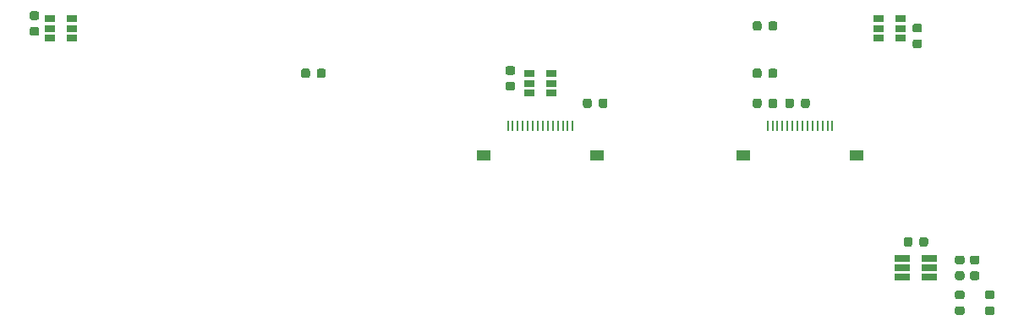
<source format=gbr>
%TF.GenerationSoftware,KiCad,Pcbnew,5.1.9-73d0e3b20d~88~ubuntu18.04.1*%
%TF.CreationDate,2020-12-31T14:23:56+01:00*%
%TF.ProjectId,ss_frontpanel_inner_plate,73735f66-726f-46e7-9470-616e656c5f69,rev?*%
%TF.SameCoordinates,Original*%
%TF.FileFunction,Paste,Bot*%
%TF.FilePolarity,Positive*%
%FSLAX46Y46*%
G04 Gerber Fmt 4.6, Leading zero omitted, Abs format (unit mm)*
G04 Created by KiCad (PCBNEW 5.1.9-73d0e3b20d~88~ubuntu18.04.1) date 2020-12-31 14:23:56*
%MOMM*%
%LPD*%
G01*
G04 APERTURE LIST*
%ADD10R,1.560000X0.650000*%
%ADD11R,1.060000X0.650000*%
%ADD12R,1.400000X1.050000*%
%ADD13R,0.210000X1.050000*%
G04 APERTURE END LIST*
%TO.C,C13*%
G36*
G01*
X187950000Y-74656250D02*
X187950000Y-74143750D01*
G75*
G02*
X188168750Y-73925000I218750J0D01*
G01*
X188606250Y-73925000D01*
G75*
G02*
X188825000Y-74143750I0J-218750D01*
G01*
X188825000Y-74656250D01*
G75*
G02*
X188606250Y-74875000I-218750J0D01*
G01*
X188168750Y-74875000D01*
G75*
G02*
X187950000Y-74656250I0J218750D01*
G01*
G37*
G36*
G01*
X186375000Y-74656250D02*
X186375000Y-74143750D01*
G75*
G02*
X186593750Y-73925000I218750J0D01*
G01*
X187031250Y-73925000D01*
G75*
G02*
X187250000Y-74143750I0J-218750D01*
G01*
X187250000Y-74656250D01*
G75*
G02*
X187031250Y-74875000I-218750J0D01*
G01*
X186593750Y-74875000D01*
G75*
G02*
X186375000Y-74656250I0J218750D01*
G01*
G37*
%TD*%
D10*
%TO.C,U6*%
X186250000Y-77000000D03*
X186250000Y-76050000D03*
X186250000Y-77950000D03*
X188950000Y-77950000D03*
X188950000Y-77000000D03*
X188950000Y-76050000D03*
%TD*%
D11*
%TO.C,U5*%
X103100000Y-53000000D03*
X103100000Y-53950000D03*
X103100000Y-52050000D03*
X100900000Y-52050000D03*
X100900000Y-53000000D03*
X100900000Y-53950000D03*
%TD*%
%TO.C,U4*%
X151100000Y-58500000D03*
X151100000Y-59450000D03*
X151100000Y-57550000D03*
X148900000Y-57550000D03*
X148900000Y-58500000D03*
X148900000Y-59450000D03*
%TD*%
%TO.C,U3*%
X183900000Y-53000000D03*
X183900000Y-52050000D03*
X183900000Y-53950000D03*
X186100000Y-53950000D03*
X186100000Y-53000000D03*
X186100000Y-52050000D03*
%TD*%
%TO.C,R7*%
G36*
G01*
X193756250Y-76650000D02*
X193243750Y-76650000D01*
G75*
G02*
X193025000Y-76431250I0J218750D01*
G01*
X193025000Y-75993750D01*
G75*
G02*
X193243750Y-75775000I218750J0D01*
G01*
X193756250Y-75775000D01*
G75*
G02*
X193975000Y-75993750I0J-218750D01*
G01*
X193975000Y-76431250D01*
G75*
G02*
X193756250Y-76650000I-218750J0D01*
G01*
G37*
G36*
G01*
X193756250Y-78225000D02*
X193243750Y-78225000D01*
G75*
G02*
X193025000Y-78006250I0J218750D01*
G01*
X193025000Y-77568750D01*
G75*
G02*
X193243750Y-77350000I218750J0D01*
G01*
X193756250Y-77350000D01*
G75*
G02*
X193975000Y-77568750I0J-218750D01*
G01*
X193975000Y-78006250D01*
G75*
G02*
X193756250Y-78225000I-218750J0D01*
G01*
G37*
%TD*%
%TO.C,R3*%
G36*
G01*
X192256250Y-80150000D02*
X191743750Y-80150000D01*
G75*
G02*
X191525000Y-79931250I0J218750D01*
G01*
X191525000Y-79493750D01*
G75*
G02*
X191743750Y-79275000I218750J0D01*
G01*
X192256250Y-79275000D01*
G75*
G02*
X192475000Y-79493750I0J-218750D01*
G01*
X192475000Y-79931250D01*
G75*
G02*
X192256250Y-80150000I-218750J0D01*
G01*
G37*
G36*
G01*
X192256250Y-81725000D02*
X191743750Y-81725000D01*
G75*
G02*
X191525000Y-81506250I0J218750D01*
G01*
X191525000Y-81068750D01*
G75*
G02*
X191743750Y-80850000I218750J0D01*
G01*
X192256250Y-80850000D01*
G75*
G02*
X192475000Y-81068750I0J-218750D01*
G01*
X192475000Y-81506250D01*
G75*
G02*
X192256250Y-81725000I-218750J0D01*
G01*
G37*
%TD*%
%TO.C,R2*%
G36*
G01*
X195256250Y-80150000D02*
X194743750Y-80150000D01*
G75*
G02*
X194525000Y-79931250I0J218750D01*
G01*
X194525000Y-79493750D01*
G75*
G02*
X194743750Y-79275000I218750J0D01*
G01*
X195256250Y-79275000D01*
G75*
G02*
X195475000Y-79493750I0J-218750D01*
G01*
X195475000Y-79931250D01*
G75*
G02*
X195256250Y-80150000I-218750J0D01*
G01*
G37*
G36*
G01*
X195256250Y-81725000D02*
X194743750Y-81725000D01*
G75*
G02*
X194525000Y-81506250I0J218750D01*
G01*
X194525000Y-81068750D01*
G75*
G02*
X194743750Y-80850000I218750J0D01*
G01*
X195256250Y-80850000D01*
G75*
G02*
X195475000Y-81068750I0J-218750D01*
G01*
X195475000Y-81506250D01*
G75*
G02*
X195256250Y-81725000I-218750J0D01*
G01*
G37*
%TD*%
%TO.C,C12*%
G36*
G01*
X99093750Y-52850000D02*
X99606250Y-52850000D01*
G75*
G02*
X99825000Y-53068750I0J-218750D01*
G01*
X99825000Y-53506250D01*
G75*
G02*
X99606250Y-53725000I-218750J0D01*
G01*
X99093750Y-53725000D01*
G75*
G02*
X98875000Y-53506250I0J218750D01*
G01*
X98875000Y-53068750D01*
G75*
G02*
X99093750Y-52850000I218750J0D01*
G01*
G37*
G36*
G01*
X99093750Y-51275000D02*
X99606250Y-51275000D01*
G75*
G02*
X99825000Y-51493750I0J-218750D01*
G01*
X99825000Y-51931250D01*
G75*
G02*
X99606250Y-52150000I-218750J0D01*
G01*
X99093750Y-52150000D01*
G75*
G02*
X98875000Y-51931250I0J218750D01*
G01*
X98875000Y-51493750D01*
G75*
G02*
X99093750Y-51275000I218750J0D01*
G01*
G37*
%TD*%
%TO.C,C11*%
G36*
G01*
X146743750Y-58350000D02*
X147256250Y-58350000D01*
G75*
G02*
X147475000Y-58568750I0J-218750D01*
G01*
X147475000Y-59006250D01*
G75*
G02*
X147256250Y-59225000I-218750J0D01*
G01*
X146743750Y-59225000D01*
G75*
G02*
X146525000Y-59006250I0J218750D01*
G01*
X146525000Y-58568750D01*
G75*
G02*
X146743750Y-58350000I218750J0D01*
G01*
G37*
G36*
G01*
X146743750Y-56775000D02*
X147256250Y-56775000D01*
G75*
G02*
X147475000Y-56993750I0J-218750D01*
G01*
X147475000Y-57431250D01*
G75*
G02*
X147256250Y-57650000I-218750J0D01*
G01*
X146743750Y-57650000D01*
G75*
G02*
X146525000Y-57431250I0J218750D01*
G01*
X146525000Y-56993750D01*
G75*
G02*
X146743750Y-56775000I218750J0D01*
G01*
G37*
%TD*%
%TO.C,C10*%
G36*
G01*
X188006250Y-53400000D02*
X187493750Y-53400000D01*
G75*
G02*
X187275000Y-53181250I0J218750D01*
G01*
X187275000Y-52743750D01*
G75*
G02*
X187493750Y-52525000I218750J0D01*
G01*
X188006250Y-52525000D01*
G75*
G02*
X188225000Y-52743750I0J-218750D01*
G01*
X188225000Y-53181250D01*
G75*
G02*
X188006250Y-53400000I-218750J0D01*
G01*
G37*
G36*
G01*
X188006250Y-54975000D02*
X187493750Y-54975000D01*
G75*
G02*
X187275000Y-54756250I0J218750D01*
G01*
X187275000Y-54318750D01*
G75*
G02*
X187493750Y-54100000I218750J0D01*
G01*
X188006250Y-54100000D01*
G75*
G02*
X188225000Y-54318750I0J-218750D01*
G01*
X188225000Y-54756250D01*
G75*
G02*
X188006250Y-54975000I-218750J0D01*
G01*
G37*
%TD*%
%TO.C,C7*%
G36*
G01*
X191743750Y-77350000D02*
X192256250Y-77350000D01*
G75*
G02*
X192475000Y-77568750I0J-218750D01*
G01*
X192475000Y-78006250D01*
G75*
G02*
X192256250Y-78225000I-218750J0D01*
G01*
X191743750Y-78225000D01*
G75*
G02*
X191525000Y-78006250I0J218750D01*
G01*
X191525000Y-77568750D01*
G75*
G02*
X191743750Y-77350000I218750J0D01*
G01*
G37*
G36*
G01*
X191743750Y-75775000D02*
X192256250Y-75775000D01*
G75*
G02*
X192475000Y-75993750I0J-218750D01*
G01*
X192475000Y-76431250D01*
G75*
G02*
X192256250Y-76650000I-218750J0D01*
G01*
X191743750Y-76650000D01*
G75*
G02*
X191525000Y-76431250I0J218750D01*
G01*
X191525000Y-75993750D01*
G75*
G02*
X191743750Y-75775000I218750J0D01*
G01*
G37*
%TD*%
%TO.C,C6*%
G36*
G01*
X172850000Y-53006250D02*
X172850000Y-52493750D01*
G75*
G02*
X173068750Y-52275000I218750J0D01*
G01*
X173506250Y-52275000D01*
G75*
G02*
X173725000Y-52493750I0J-218750D01*
G01*
X173725000Y-53006250D01*
G75*
G02*
X173506250Y-53225000I-218750J0D01*
G01*
X173068750Y-53225000D01*
G75*
G02*
X172850000Y-53006250I0J218750D01*
G01*
G37*
G36*
G01*
X171275000Y-53006250D02*
X171275000Y-52493750D01*
G75*
G02*
X171493750Y-52275000I218750J0D01*
G01*
X171931250Y-52275000D01*
G75*
G02*
X172150000Y-52493750I0J-218750D01*
G01*
X172150000Y-53006250D01*
G75*
G02*
X171931250Y-53225000I-218750J0D01*
G01*
X171493750Y-53225000D01*
G75*
G02*
X171275000Y-53006250I0J218750D01*
G01*
G37*
%TD*%
%TO.C,C5*%
G36*
G01*
X172850000Y-57756250D02*
X172850000Y-57243750D01*
G75*
G02*
X173068750Y-57025000I218750J0D01*
G01*
X173506250Y-57025000D01*
G75*
G02*
X173725000Y-57243750I0J-218750D01*
G01*
X173725000Y-57756250D01*
G75*
G02*
X173506250Y-57975000I-218750J0D01*
G01*
X173068750Y-57975000D01*
G75*
G02*
X172850000Y-57756250I0J218750D01*
G01*
G37*
G36*
G01*
X171275000Y-57756250D02*
X171275000Y-57243750D01*
G75*
G02*
X171493750Y-57025000I218750J0D01*
G01*
X171931250Y-57025000D01*
G75*
G02*
X172150000Y-57243750I0J-218750D01*
G01*
X172150000Y-57756250D01*
G75*
G02*
X171931250Y-57975000I-218750J0D01*
G01*
X171493750Y-57975000D01*
G75*
G02*
X171275000Y-57756250I0J218750D01*
G01*
G37*
%TD*%
%TO.C,C4*%
G36*
G01*
X175400000Y-60243750D02*
X175400000Y-60756250D01*
G75*
G02*
X175181250Y-60975000I-218750J0D01*
G01*
X174743750Y-60975000D01*
G75*
G02*
X174525000Y-60756250I0J218750D01*
G01*
X174525000Y-60243750D01*
G75*
G02*
X174743750Y-60025000I218750J0D01*
G01*
X175181250Y-60025000D01*
G75*
G02*
X175400000Y-60243750I0J-218750D01*
G01*
G37*
G36*
G01*
X176975000Y-60243750D02*
X176975000Y-60756250D01*
G75*
G02*
X176756250Y-60975000I-218750J0D01*
G01*
X176318750Y-60975000D01*
G75*
G02*
X176100000Y-60756250I0J218750D01*
G01*
X176100000Y-60243750D01*
G75*
G02*
X176318750Y-60025000I218750J0D01*
G01*
X176756250Y-60025000D01*
G75*
G02*
X176975000Y-60243750I0J-218750D01*
G01*
G37*
%TD*%
%TO.C,C3*%
G36*
G01*
X172850000Y-60756250D02*
X172850000Y-60243750D01*
G75*
G02*
X173068750Y-60025000I218750J0D01*
G01*
X173506250Y-60025000D01*
G75*
G02*
X173725000Y-60243750I0J-218750D01*
G01*
X173725000Y-60756250D01*
G75*
G02*
X173506250Y-60975000I-218750J0D01*
G01*
X173068750Y-60975000D01*
G75*
G02*
X172850000Y-60756250I0J218750D01*
G01*
G37*
G36*
G01*
X171275000Y-60756250D02*
X171275000Y-60243750D01*
G75*
G02*
X171493750Y-60025000I218750J0D01*
G01*
X171931250Y-60025000D01*
G75*
G02*
X172150000Y-60243750I0J-218750D01*
G01*
X172150000Y-60756250D01*
G75*
G02*
X171931250Y-60975000I-218750J0D01*
G01*
X171493750Y-60975000D01*
G75*
G02*
X171275000Y-60756250I0J218750D01*
G01*
G37*
%TD*%
%TO.C,C2*%
G36*
G01*
X155850000Y-60756250D02*
X155850000Y-60243750D01*
G75*
G02*
X156068750Y-60025000I218750J0D01*
G01*
X156506250Y-60025000D01*
G75*
G02*
X156725000Y-60243750I0J-218750D01*
G01*
X156725000Y-60756250D01*
G75*
G02*
X156506250Y-60975000I-218750J0D01*
G01*
X156068750Y-60975000D01*
G75*
G02*
X155850000Y-60756250I0J218750D01*
G01*
G37*
G36*
G01*
X154275000Y-60756250D02*
X154275000Y-60243750D01*
G75*
G02*
X154493750Y-60025000I218750J0D01*
G01*
X154931250Y-60025000D01*
G75*
G02*
X155150000Y-60243750I0J-218750D01*
G01*
X155150000Y-60756250D01*
G75*
G02*
X154931250Y-60975000I-218750J0D01*
G01*
X154493750Y-60975000D01*
G75*
G02*
X154275000Y-60756250I0J218750D01*
G01*
G37*
%TD*%
%TO.C,C1*%
G36*
G01*
X127637500Y-57756250D02*
X127637500Y-57243750D01*
G75*
G02*
X127856250Y-57025000I218750J0D01*
G01*
X128293750Y-57025000D01*
G75*
G02*
X128512500Y-57243750I0J-218750D01*
G01*
X128512500Y-57756250D01*
G75*
G02*
X128293750Y-57975000I-218750J0D01*
G01*
X127856250Y-57975000D01*
G75*
G02*
X127637500Y-57756250I0J218750D01*
G01*
G37*
G36*
G01*
X126062500Y-57756250D02*
X126062500Y-57243750D01*
G75*
G02*
X126281250Y-57025000I218750J0D01*
G01*
X126718750Y-57025000D01*
G75*
G02*
X126937500Y-57243750I0J-218750D01*
G01*
X126937500Y-57756250D01*
G75*
G02*
X126718750Y-57975000I-218750J0D01*
G01*
X126281250Y-57975000D01*
G75*
G02*
X126062500Y-57756250I0J218750D01*
G01*
G37*
%TD*%
D12*
%TO.C,J1*%
X144300000Y-65700000D03*
X155700000Y-65700000D03*
D13*
X146750000Y-62800000D03*
X147250000Y-62800000D03*
X147750000Y-62800000D03*
X148250000Y-62800000D03*
X148750000Y-62800000D03*
X149250000Y-62800000D03*
X149750000Y-62800000D03*
X150250000Y-62800000D03*
X150750000Y-62800000D03*
X151250000Y-62800000D03*
X151750000Y-62800000D03*
X152250000Y-62800000D03*
X152750000Y-62800000D03*
X153250000Y-62800000D03*
%TD*%
D12*
%TO.C,J2*%
X170300000Y-65700000D03*
X181700000Y-65700000D03*
D13*
X172750000Y-62800000D03*
X173250000Y-62800000D03*
X173750000Y-62800000D03*
X174250000Y-62800000D03*
X174750000Y-62800000D03*
X175250000Y-62800000D03*
X175750000Y-62800000D03*
X176250000Y-62800000D03*
X176750000Y-62800000D03*
X177250000Y-62800000D03*
X177750000Y-62800000D03*
X178250000Y-62800000D03*
X178750000Y-62800000D03*
X179250000Y-62800000D03*
%TD*%
M02*

</source>
